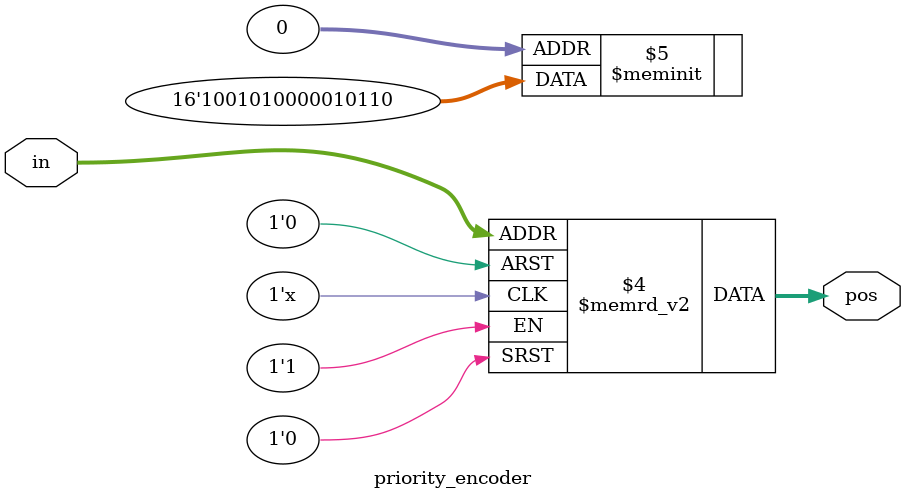
<source format=v>
module priority_encoder( 
input [2:0] in,
output reg [1:0] pos ); 
// When sel=1, assign b to out
always @ ( * ) 
case ( in ) 
3'b000: pos=2'b10; 
3'b001: pos=2'b01; 
3'b010: pos=2'b01; 
3'b011: pos=2'b00; 
3'b100: pos=2'b00; 
3'b101: pos=2'b01; 
3'b110: pos=2'b01; 
3'b111: pos=2'b10; 
default: pos=2'b00; 
endcase 
// When sel=0, leave output unchanged
endmodule

</source>
